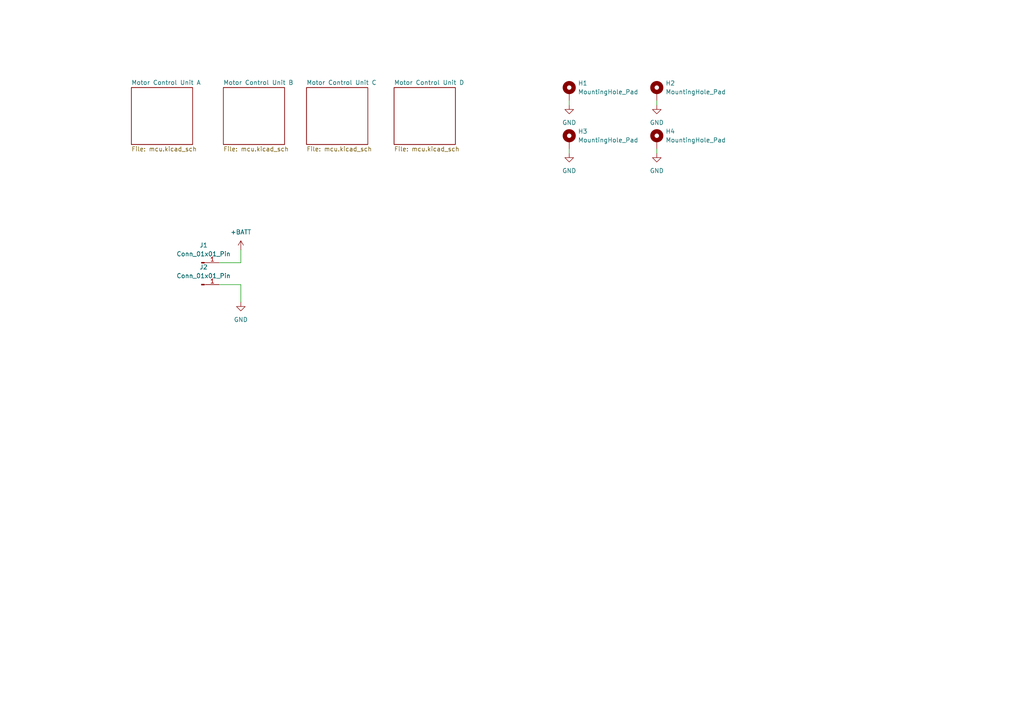
<source format=kicad_sch>
(kicad_sch (version 20231120) (generator "eeschema") (generator_version "8.0")
  (paper "A4")
  (lib_symbols
    (symbol "Connector:Conn_01x01_Pin" (pin_names (offset 1.016) hide)
      (property "Reference" "J" (at 0 2.54 0))
      (property "Value" "Conn_01x01_Pin" (at 0 -2.54 0))
      (symbol "Conn_01x01_Pin_1_1"
        (polyline (pts (xy 1.27 0) (xy 0.8636 0)) (stroke (width 0.1524)))
        (rectangle (start 0.8636 0.127) (end 0 -0.127) (stroke (width 0.1524)) (fill (type outline)))
        (pin passive line (at 5.08 0 180) (length 3.81) (name "Pin_1") (number "1"))
      )
    )
    (symbol "Mechanical:MountingHole_Pad" (pin_numbers hide) (pin_names (offset 1.016) hide) (exclude_from_sim yes) (in_bom no)
      (property "Reference" "H" (at 0 6.35 0))
      (property "Value" "MountingHole_Pad" (at 0 4.445 0))
      (symbol "MountingHole_Pad_0_1"
        (circle (center 0 1.27) (radius 1.27) (stroke (width 1.27)))
      )
      (symbol "MountingHole_Pad_1_1"
        (pin input line (at 0 -2.54 90) (length 2.54) (name "1") (number "1"))
      )
    )
    (symbol "power:+BATT" (power) (pin_numbers hide) (pin_names (offset 0) hide)
      (property "Value" "+BATT" (at 0 3.556 0))
      (symbol "+BATT_0_1"
        (polyline (pts (xy -0.762 1.27) (xy 0 2.54)))
        (polyline (pts (xy 0 0) (xy 0 2.54)))
        (polyline (pts (xy 0 2.54) (xy 0.762 1.27)))
      )
      (symbol "+BATT_1_1"
        (pin power_in line (at 0 0 90) (length 0) (name "~") (number "1"))
      )
    )
    (symbol "power:GND" (power) (pin_numbers hide) (pin_names (offset 0) hide)
      (property "Value" "GND" (at 0 -3.81 0))
      (symbol "GND_0_1"
        (polyline (pts (xy 0 0) (xy 0 -1.27) (xy 1.27 -1.27) (xy 0 -2.54) (xy -1.27 -1.27) (xy 0 -1.27)))
      )
      (symbol "GND_1_1"
        (pin power_in line (at 0 0 270) (length 0) (name "~") (number "1"))
      )
    )
  )
  (wire (pts (xy 190.5 29.21) (xy 190.5 30.48)))
  (wire (pts (xy 69.85 72.39) (xy 69.85 76.2)))
  (wire (pts (xy 165.1 43.18) (xy 165.1 44.45)))
  (wire (pts (xy 69.85 82.55) (xy 69.85 87.63)))
  (wire (pts (xy 63.5 82.55) (xy 69.85 82.55)))
  (wire (pts (xy 165.1 29.21) (xy 165.1 30.48)))
  (wire (pts (xy 190.5 43.18) (xy 190.5 44.45)))
  (wire (pts (xy 69.85 76.2) (xy 63.5 76.2)))
  (symbol (lib_id "power:GND") (at 165.1 44.45 0) (unit 1)
    (property "Reference" "#PWR018" (effects (hide yes)))
    (property "Value" "GND" (at 165.1 49.53 0))
    (property "Description" "Power symbol creates a global label with name \"GND\" , ground" (effects (hide yes)))
  )
  (symbol (lib_id "Mechanical:MountingHole_Pad") (at 190.5 40.64 0) (unit 1) (exclude_from_sim yes) (in_bom no)
    (property "Reference" "H4" (at 193.04 38.0999 0) (effects (justify left)))
    (property "Value" "MountingHole_Pad" (at 193.04 40.6399 0) (effects (justify left)))
    (property "Footprint" "MountingHole:MountingHole_4.3mm_M4_DIN965_Pad" (effects (hide yes)))
    (property "Description" "Mounting Hole with connection" (effects (hide yes)))
  )
  (symbol (lib_id "power:+BATT") (at 69.85 72.39 0) (unit 1)
    (property "Reference" "#PWR01" (effects (hide yes)))
    (property "Value" "+BATT" (at 69.85 67.31 0))
    (property "Description" "Power symbol creates a global label with name \"+BATT\"" (effects (hide yes)))
  )
  (symbol (lib_id "power:GND") (at 165.1 30.48 0) (unit 1)
    (property "Reference" "#PWR015" (effects (hide yes)))
    (property "Value" "GND" (at 165.1 35.56 0))
    (property "Description" "Power symbol creates a global label with name \"GND\" , ground" (effects (hide yes)))
  )
  (symbol (lib_id "power:GND") (at 190.5 30.48 0) (unit 1)
    (property "Reference" "#PWR016" (effects (hide yes)))
    (property "Value" "GND" (at 190.5 35.56 0))
    (property "Description" "Power symbol creates a global label with name \"GND\" , ground" (effects (hide yes)))
  )
  (symbol (lib_id "power:GND") (at 190.5 44.45 0) (unit 1)
    (property "Reference" "#PWR017" (effects (hide yes)))
    (property "Value" "GND" (at 190.5 49.53 0))
    (property "Description" "Power symbol creates a global label with name \"GND\" , ground" (effects (hide yes)))
  )
  (symbol (lib_id "Connector:Conn_01x01_Pin") (at 58.42 82.55 0) (unit 1)
    (property "Reference" "J2" (at 59.055 77.47 0))
    (property "Value" "Conn_01x01_Pin" (at 59.055 80.01 0))
    (property "Footprint" "CastellatedConnectors:Battery Terminal" (effects (hide yes)))
    (property "Description" "Generic connector, single row, 01x01, script generated" (effects (hide yes)))
  )
  (symbol (lib_id "Connector:Conn_01x01_Pin") (at 58.42 76.2 0) (unit 1)
    (property "Reference" "J1" (at 59.055 71.12 0))
    (property "Value" "Conn_01x01_Pin" (at 59.055 73.66 0))
    (property "Footprint" "CastellatedConnectors:Battery Terminal" (effects (hide yes)))
    (property "Description" "Generic connector, single row, 01x01, script generated" (effects (hide yes)))
  )
  (symbol (lib_id "Mechanical:MountingHole_Pad") (at 190.5 26.67 0) (unit 1) (exclude_from_sim yes) (in_bom no)
    (property "Reference" "H2" (at 193.04 24.1299 0) (effects (justify left)))
    (property "Value" "MountingHole_Pad" (at 193.04 26.6699 0) (effects (justify left)))
    (property "Footprint" "MountingHole:MountingHole_4.3mm_M4_DIN965_Pad" (effects (hide yes)))
    (property "Description" "Mounting Hole with connection" (effects (hide yes)))
  )
  (symbol (lib_id "Mechanical:MountingHole_Pad") (at 165.1 40.64 0) (unit 1) (exclude_from_sim yes) (in_bom no)
    (property "Reference" "H3" (at 167.64 38.0999 0) (effects (justify left)))
    (property "Value" "MountingHole_Pad" (at 167.64 40.6399 0) (effects (justify left)))
    (property "Footprint" "MountingHole:MountingHole_4.3mm_M4_DIN965_Pad" (effects (hide yes)))
    (property "Description" "Mounting Hole with connection" (effects (hide yes)))
  )
  (symbol (lib_id "Mechanical:MountingHole_Pad") (at 165.1 26.67 0) (unit 1) (exclude_from_sim yes) (in_bom no)
    (property "Reference" "H1" (at 167.64 24.1299 0) (effects (justify left)))
    (property "Value" "MountingHole_Pad" (at 167.64 26.6699 0) (effects (justify left)))
    (property "Footprint" "MountingHole:MountingHole_4.3mm_M4_DIN965_Pad" (effects (hide yes)))
    (property "Description" "Mounting Hole with connection" (effects (hide yes)))
  )
  (symbol (lib_id "power:GND") (at 69.85 87.63 0) (unit 1)
    (property "Reference" "#PWR02" (effects (hide yes)))
    (property "Value" "GND" (at 69.85 92.71 0))
    (property "Description" "Power symbol creates a global label with name \"GND\" , ground" (effects (hide yes)))
  )
  (sheet (at 114.3 25.4) (size 17.78 16.51) (stroke (width 0.1524))
    (property "Sheetname" "Motor Control Unit D" (at 114.3 24.6884 0) (effects (justify left bottom)))
    (property "Sheetfile" "mcu.kicad_sch" (at 114.3 42.4946 0) (effects (justify left top)))
  )
  (sheet (at 64.77 25.4) (size 17.78 16.51) (stroke (width 0.1524))
    (property "Sheetname" "Motor Control Unit B" (at 64.77 24.6884 0) (effects (justify left bottom)))
    (property "Sheetfile" "mcu.kicad_sch" (at 64.77 42.4946 0) (effects (justify left top)))
  )
  (sheet (at 88.9 25.4) (size 17.78 16.51) (stroke (width 0.1524))
    (property "Sheetname" "Motor Control Unit C" (at 88.9 24.6884 0) (effects (justify left bottom)))
    (property "Sheetfile" "mcu.kicad_sch" (at 88.9 42.4946 0) (effects (justify left top)))
  )
  (sheet (at 38.1 25.4) (size 17.78 16.51) (stroke (width 0.1524))
    (property "Sheetname" "Motor Control Unit A" (at 38.1 24.6884 0) (effects (justify left bottom)))
    (property "Sheetfile" "mcu.kicad_sch" (at 38.1 42.4946 0) (effects (justify left top)))
  )
)
</source>
